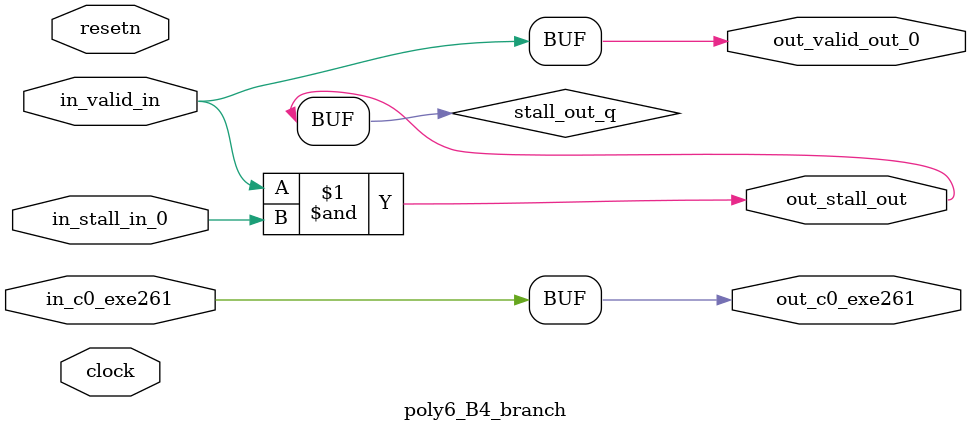
<source format=sv>



(* altera_attribute = "-name AUTO_SHIFT_REGISTER_RECOGNITION OFF; -name MESSAGE_DISABLE 10036; -name MESSAGE_DISABLE 10037; -name MESSAGE_DISABLE 14130; -name MESSAGE_DISABLE 14320; -name MESSAGE_DISABLE 15400; -name MESSAGE_DISABLE 14130; -name MESSAGE_DISABLE 10036; -name MESSAGE_DISABLE 12020; -name MESSAGE_DISABLE 12030; -name MESSAGE_DISABLE 12010; -name MESSAGE_DISABLE 12110; -name MESSAGE_DISABLE 14320; -name MESSAGE_DISABLE 13410; -name MESSAGE_DISABLE 113007; -name MESSAGE_DISABLE 10958" *)
module poly6_B4_branch (
    input wire [0:0] in_c0_exe261,
    input wire [0:0] in_stall_in_0,
    input wire [0:0] in_valid_in,
    output wire [0:0] out_c0_exe261,
    output wire [0:0] out_stall_out,
    output wire [0:0] out_valid_out_0,
    input wire clock,
    input wire resetn
    );

    wire [0:0] stall_out_q;


    // out_c0_exe261(GPOUT,5)
    assign out_c0_exe261 = in_c0_exe261;

    // stall_out(LOGICAL,8)
    assign stall_out_q = in_valid_in & in_stall_in_0;

    // out_stall_out(GPOUT,6)
    assign out_stall_out = stall_out_q;

    // out_valid_out_0(GPOUT,7)
    assign out_valid_out_0 = in_valid_in;

endmodule

</source>
